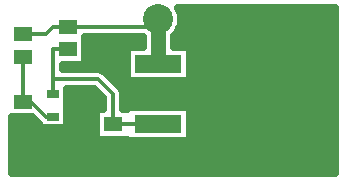
<source format=gtl>
G04 DipTrace 3.0.0.2*
G04 crowbar.GTL*
%MOMM*%
G04 #@! TF.FileFunction,Copper,L1,Top*
G04 #@! TF.Part,Single*
G04 #@! TA.AperFunction,Conductor*
%ADD13C,0.33*%
%ADD14C,1.27*%
G04 #@! TA.AperFunction,CopperBalancing*
%ADD15C,0.635*%
%ADD17R,3.95X1.5*%
%ADD18R,9.7X10.4*%
%ADD19R,1.5X1.3*%
%ADD21R,1.05X0.65*%
G04 #@! TA.AperFunction,ComponentPad*
%ADD22C,2.54*%
%ADD23C,1.5*%
%FSLAX35Y35*%
G04*
G71*
G90*
G75*
G01*
G04 Top*
%LPD*%
X1191260Y2080760D2*
D13*
Y1698760D1*
X1255260D1*
X1381760Y1572260D1*
X1444760D1*
X1445260Y1572760D1*
X2334260Y1254760D2*
D14*
X2856267D1*
X3364260Y1762753D1*
X1675260Y1667760D2*
D13*
Y1471333D1*
X1764833Y1381760D1*
X1828333Y1318260D1*
X1952760D1*
X1953260Y1318760D1*
X2270260D1*
X2334260Y1254760D1*
X1191260Y1508760D2*
X1318260Y1381760D1*
X1764833D1*
X1445260Y1762760D2*
Y1889760D1*
Y2143760D1*
X1572260D1*
X2334260Y1508747D2*
X1953273D1*
X1953260Y1508760D1*
Y1762760D1*
X1826260Y1889760D1*
X1445260D1*
X2334260Y2397760D2*
D14*
Y2016760D1*
X1191260Y2270760D2*
D13*
X1381760D1*
X1445260Y2334260D1*
X1571760D1*
X1572260Y2333760D1*
X2270260D1*
X2334260Y2397760D1*
X2532288Y2429843D2*
D15*
X3820160D1*
X2532412Y2366677D2*
X3820160D1*
X2510584Y2303510D2*
X3820160D1*
X1720927Y2240343D2*
X2197127D1*
X2471393D2*
X3820160D1*
X1720927Y2177177D2*
X2197127D1*
X2471393D2*
X3820160D1*
X1720927Y2114010D2*
X2063058D1*
X2605462D2*
X3820160D1*
X1720927Y2050843D2*
X2063058D1*
X2605462D2*
X3820160D1*
X1535388Y1987677D2*
X2063058D1*
X2605462D2*
X3820160D1*
X1916388Y1924510D2*
X2063058D1*
X2605462D2*
X3820160D1*
X1979516Y1861343D2*
X3820160D1*
X1571479Y1798177D2*
X1793059D1*
X2035574D2*
X3820160D1*
X1571479Y1735010D2*
X1856187D1*
X2043388D2*
X3820160D1*
X1571479Y1671843D2*
X1863132D1*
X2043388D2*
X3820160D1*
X1571479Y1608677D2*
X1804593D1*
X2605462D2*
X3820160D1*
X1102360Y1545510D2*
X1283695D1*
X1571479D2*
X1804593D1*
X2605462D2*
X3820160D1*
X1102360Y1482343D2*
X1319041D1*
X1571479D2*
X1804593D1*
X2605462D2*
X3820160D1*
X1102360Y1419177D2*
X1804593D1*
X2605462D2*
X3820160D1*
X1102360Y1356010D2*
X3820160D1*
X1102360Y1292843D2*
X3820160D1*
X1102360Y1229677D2*
X3820160D1*
X1102360Y1166510D2*
X3820160D1*
X1102360Y1103343D2*
X3820160D1*
X2101200Y2159070D2*
X2203519D1*
X2203450Y2250048D1*
X1714511Y2249950D1*
X1714570Y2011450D1*
X1529155D1*
X1529070Y1973476D1*
X1832836Y1973312D1*
X1852159Y1969468D1*
X1870051Y1961220D1*
X1885523Y1949023D1*
X1886098Y1948400D1*
X2016990Y1817190D1*
X2027935Y1800809D1*
X2034754Y1782325D1*
X2037070Y1762760D1*
X2037037Y1761912D1*
X2037070Y1641093D1*
X2069376Y1641070D1*
X2069450Y1651057D1*
X2599070D1*
Y1366437D1*
X2069450D1*
Y1376482D1*
X1810950Y1376450D1*
Y1641070D1*
X1869365D1*
X1869450Y1728157D1*
X1791479Y1806016D1*
X1565191Y1805950D1*
X1565070Y1472950D1*
X1325450D1*
Y1510281D1*
X1269089Y1566405D1*
X1096065Y1566450D1*
X1096010Y1096010D1*
X3826510D1*
Y2493010D1*
X2503552D1*
X2513779Y2472119D1*
X2523201Y2443121D1*
X2527971Y2413005D1*
Y2382515D1*
X2523201Y2352399D1*
X2513779Y2323401D1*
X2499937Y2296233D1*
X2482014Y2271566D1*
X2465050Y2254253D1*
X2465070Y2159015D1*
X2599070Y2159070D1*
Y1874450D1*
X2069450D1*
Y2159070D1*
X2101200D1*
D17*
X2334260Y2016760D3*
Y1508747D3*
D18*
X3364260Y1762753D3*
D19*
X1191260Y2270760D3*
Y2080760D3*
Y1508760D3*
Y1698760D3*
X1572260Y2143760D3*
Y2333760D3*
X1953260Y1508760D3*
Y1318760D3*
D21*
X1445260Y1762760D3*
Y1572760D3*
X1675260Y1667760D3*
D22*
X2334260Y1254760D3*
Y2397760D3*
D23*
X2810510D3*
X3001010D3*
X3191510D3*
X3382010D3*
X3572510D3*
X3763010D3*
X3001010Y1159510D3*
X3191510D3*
X3382010D3*
X3572510D3*
X3763010D3*
M02*

</source>
